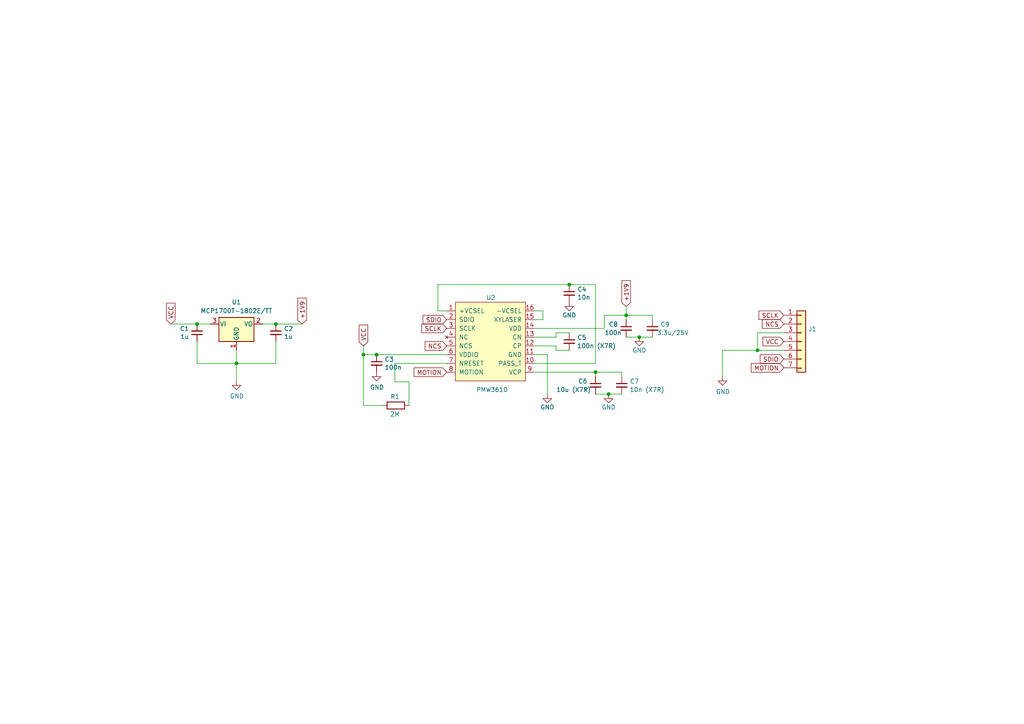
<source format=kicad_sch>
(kicad_sch (version 20231120) (generator "eeschema") (generator_version "8.0")
  (paper "A4")
  (lib_symbols
    (symbol "Connector_Generic:Conn_01x06" (pin_names (offset 1.016) hide)
      (property "Reference" "J1" (at 2.032 1.0668 0))
      (symbol "Conn_01x06_1_1"
        (rectangle (start -1.27 -10.16) (end 0 -10.414) (stroke (width 0.1524)))
        (rectangle (start -1.27 -7.493) (end 0 -7.747) (stroke (width 0.1524)))
        (rectangle (start -1.27 -4.953) (end 0 -5.207) (stroke (width 0.1524)))
        (rectangle (start -1.27 -2.413) (end 0 -2.667) (stroke (width 0.1524)))
        (rectangle (start -1.27 0.127) (end 0 -0.127) (stroke (width 0.1524)))
        (rectangle (start -1.27 2.667) (end 0 2.413) (stroke (width 0.1524)))
        (rectangle (start -1.27 5.207) (end 0 4.953) (stroke (width 0.1524)))
        (rectangle (start -1.27 6.35) (end 1.27 -11.43) (stroke (width 0.254)) (fill (type background)))
        (pin passive line (at -5.08 5.08 0) (length 3.81) (name "Pin_1") (number "1"))
        (pin passive line (at -5.08 2.54 0) (length 3.81) (name "Pin_2") (number "2"))
        (pin passive line (at -5.08 0 0) (length 3.81) (name "Pin_3") (number "3"))
        (pin passive line (at -5.08 -2.54 0) (length 3.81) (name "Pin_4") (number "4"))
        (pin passive line (at -5.08 -5.08 0) (length 3.81) (name "Pin_5") (number "5"))
        (pin passive line (at -5.08 -7.62 0) (length 3.81) (name "Pin_6") (number "6"))
        (pin passive line (at -5.08 -10.16 0) (length 3.81) (name "Pin_6") (number "7"))
      )
    )
    (symbol "Device:C_Small" (pin_numbers hide) (pin_names (offset 0.254) hide)
      (property "Reference" "C" (at 0.254 1.778 0))
      (property "Value" "C_Small" (at 0.254 -2.032 0))
      (symbol "C_Small_0_1"
        (polyline (pts (xy -1.524 -0.508) (xy 1.524 -0.508)) (stroke (width 0.3302)))
        (polyline (pts (xy -1.524 0.508) (xy 1.524 0.508)) (stroke (width 0.3048)))
      )
      (symbol "C_Small_1_1"
        (pin passive line (at 0 2.54 270) (length 2.032) (name "~") (number "1"))
        (pin passive line (at 0 -2.54 90) (length 2.032) (name "~") (number "2"))
      )
    )
    (symbol "Device:R" (pin_numbers hide) (pin_names (offset 0))
      (property "Reference" "R" (at 2.032 0 90))
      (property "Value" "R" (at 0 0 90))
      (symbol "R_0_1"
        (rectangle (start -1.016 -2.54) (end 1.016 2.54) (stroke (width 0.254)))
      )
      (symbol "R_1_1"
        (pin passive line (at 0 3.81 270) (length 1.27) (name "~") (number "1"))
        (pin passive line (at 0 -3.81 90) (length 1.27) (name "~") (number "2"))
      )
    )
    (symbol "Regulator_Linear:MCP1700x-180xxTT" (pin_names (offset 0.254))
      (property "Reference" "U" (at -3.81 3.175 0))
      (property "Value" "MCP1700x-180xxTT" (at 0 3.175 0))
      (symbol "MCP1700x-180xxTT_0_1"
        (rectangle (start -5.08 1.905) (end 5.08 -5.08) (stroke (width 0.254)) (fill (type background)))
      )
      (symbol "MCP1700x-180xxTT_1_1"
        (pin power_in line (at 0 -7.62 90) (length 2.54) (name "GND") (number "1"))
        (pin power_out line (at 7.62 0 180) (length 2.54) (name "VO") (number "2"))
        (pin power_in line (at -7.62 0 0) (length 2.54) (name "VI") (number "3"))
      )
    )
    (symbol "mysymbol:PMW3610" (pin_names (offset 1.016))
      (property "Reference" "U2" (at -1.27 13.97 0))
      (property "Value" "PMW3610" (at 5.08 -12.7 0))
      (symbol "PMW3610_0_0"
        (pin input line (at -12.7 10.16 0) (length 2.54) (name "+VCSEL") (number "1"))
        (pin unspecified line (at 12.7 -5.08 180) (length 2.54) (name "PASS_T") (number "10"))
        (pin input line (at 12.7 -2.54 180) (length 2.54) (name "GND") (number "11"))
        (pin unspecified line (at 12.7 0 180) (length 2.54) (name "CP") (number "12"))
        (pin unspecified line (at 12.7 2.54 180) (length 2.54) (name "CN") (number "13"))
        (pin power_in line (at 12.7 5.08 180) (length 2.54) (name "VDD") (number "14"))
        (pin input line (at 12.7 7.62 180) (length 2.54) (name "XYLASER") (number "15"))
        (pin unspecified line (at 12.7 10.16 180) (length 2.54) (name "-VCSEL") (number "16"))
        (pin bidirectional line (at -12.7 7.62 0) (length 2.54) (name "SDIO") (number "2"))
        (pin input line (at -12.7 5.08 0) (length 2.54) (name "SCLK") (number "3"))
        (pin no_connect line (at -12.7 2.54 0) (length 2.54) (name "NC") (number "4"))
        (pin input line (at -12.7 0 0) (length 2.54) (name "NCS") (number "5"))
        (pin input line (at -12.7 -2.54 0) (length 2.54) (name "VDDIO") (number "6"))
        (pin input line (at -12.7 -5.08 0) (length 2.54) (name "NRESET") (number "7"))
        (pin output line (at -12.7 -7.62 0) (length 2.54) (name "MOTION") (number "8"))
        (pin unspecified line (at 12.7 -7.62 180) (length 2.54) (name "VCP") (number "9"))
      )
      (symbol "PMW3610_0_1"
        (rectangle (start -10.16 12.7) (end 10.16 -10.16) (fill (type background)))
      )
    )
    (symbol "power:GND" (power) (pin_names (offset 0))
      (property "Value" "GND" (at 0 -3.81 0))
      (symbol "GND_0_1"
        (polyline (pts (xy 0 0) (xy 0 -1.27) (xy 1.27 -1.27) (xy 0 -2.54) (xy -1.27 -1.27) (xy 0 -1.27)))
      )
      (symbol "GND_1_1"
        (pin power_in line (at 0 0 270) (length 0) hide (name "GND") (number "1"))
      )
    )
  )
  (junction (at 219.71 101.6))
  (junction (at 181.61 91.44))
  (junction (at 176.53 114.3))
  (junction (at 105.41 102.87))
  (junction (at 185.42 97.79))
  (junction (at 57.15 93.98))
  (junction (at 172.72 107.95))
  (junction (at 165.1 82.55))
  (junction (at 80.01 93.98))
  (junction (at 109.22 102.87))
  (junction (at 68.58 105.41))
  (wire (pts (xy 57.15 99.06) (xy 57.15 105.41)))
  (wire (pts (xy 181.61 91.44) (xy 181.61 92.71)))
  (wire (pts (xy 172.72 105.41) (xy 172.72 82.55)))
  (wire (pts (xy 154.94 105.41) (xy 172.72 105.41)))
  (wire (pts (xy 68.58 101.6) (xy 68.58 105.41)))
  (wire (pts (xy 172.72 82.55) (xy 165.1 82.55)))
  (wire (pts (xy 114.554 110.744) (xy 114.554 105.41)))
  (wire (pts (xy 161.29 97.79) (xy 161.29 96.52)))
  (wire (pts (xy 227.33 101.6) (xy 219.71 101.6)))
  (wire (pts (xy 154.94 102.87) (xy 158.75 102.87)))
  (wire (pts (xy 76.2 93.98) (xy 80.01 93.98)))
  (wire (pts (xy 172.72 114.3) (xy 176.53 114.3)))
  (wire (pts (xy 80.01 99.06) (xy 80.01 105.41)))
  (wire (pts (xy 154.94 107.95) (xy 172.72 107.95)))
  (wire (pts (xy 57.15 105.41) (xy 68.58 105.41)))
  (wire (pts (xy 161.29 100.33) (xy 161.29 101.6)))
  (wire (pts (xy 80.01 105.41) (xy 68.58 105.41)))
  (wire (pts (xy 181.61 91.44) (xy 189.23 91.44)))
  (wire (pts (xy 118.618 110.744) (xy 118.618 117.602)))
  (wire (pts (xy 157.48 90.17) (xy 157.48 92.71)))
  (wire (pts (xy 110.998 117.602) (xy 105.41 117.602)))
  (wire (pts (xy 172.72 107.95) (xy 172.72 109.22)))
  (wire (pts (xy 118.618 110.744) (xy 114.554 110.744)))
  (wire (pts (xy 57.15 93.98) (xy 60.96 93.98)))
  (wire (pts (xy 154.94 90.17) (xy 157.48 90.17)))
  (wire (pts (xy 219.71 101.6) (xy 219.71 96.52)))
  (wire (pts (xy 114.554 105.41) (xy 129.54 105.41)))
  (wire (pts (xy 105.41 100.33) (xy 105.41 102.87)))
  (wire (pts (xy 176.53 114.3) (xy 180.34 114.3)))
  (wire (pts (xy 181.61 97.79) (xy 185.42 97.79)))
  (wire (pts (xy 175.26 95.25) (xy 175.26 91.44)))
  (wire (pts (xy 181.61 88.9) (xy 181.61 91.44)))
  (wire (pts (xy 87.63 93.98) (xy 80.01 93.98)))
  (wire (pts (xy 154.94 97.79) (xy 161.29 97.79)))
  (wire (pts (xy 180.34 107.95) (xy 180.34 109.22)))
  (wire (pts (xy 209.55 101.6) (xy 219.71 101.6)))
  (wire (pts (xy 105.41 102.87) (xy 109.22 102.87)))
  (wire (pts (xy 127 90.17) (xy 129.54 90.17)))
  (wire (pts (xy 189.23 91.44) (xy 189.23 92.71)))
  (wire (pts (xy 154.94 95.25) (xy 175.26 95.25)))
  (wire (pts (xy 161.29 96.52) (xy 165.1 96.52)))
  (wire (pts (xy 172.72 107.95) (xy 180.34 107.95)))
  (wire (pts (xy 154.94 92.71) (xy 157.48 92.71)))
  (wire (pts (xy 175.26 91.44) (xy 181.61 91.44)))
  (wire (pts (xy 68.58 105.41) (xy 68.58 110.49)))
  (wire (pts (xy 219.71 96.52) (xy 227.33 96.52)))
  (wire (pts (xy 165.1 82.55) (xy 127 82.55)))
  (wire (pts (xy 158.75 102.87) (xy 158.75 114.3)))
  (wire (pts (xy 105.41 102.87) (xy 105.41 117.602)))
  (wire (pts (xy 185.42 97.79) (xy 189.23 97.79)))
  (wire (pts (xy 127 82.55) (xy 127 90.17)))
  (wire (pts (xy 161.29 101.6) (xy 165.1 101.6)))
  (wire (pts (xy 154.94 100.33) (xy 161.29 100.33)))
  (wire (pts (xy 109.22 102.87) (xy 129.54 102.87)))
  (wire (pts (xy 49.53 93.98) (xy 57.15 93.98)))
  (wire (pts (xy 209.55 101.6) (xy 209.55 109.22)))
  (global_label "NCS" (shape input) (at 129.54 100.33 180) (property "Intersheetrefs" "${INTERSHEET_REFS}" (effects (hide yes))))
  (global_label "MOTION" (shape input) (at 227.33 106.68 180) (property "Intersheetrefs" "${INTERSHEET_REFS}" (effects (hide yes))))
  (global_label "+1V9" (shape input) (at 181.61 88.9 90) (property "Intersheetrefs" "${INTERSHEET_REFS}" (effects (hide yes))))
  (global_label "+1V9" (shape input) (at 87.63 93.98 90) (property "Intersheetrefs" "${INTERSHEET_REFS}" (effects (hide yes))))
  (global_label "VCC" (shape input) (at 105.41 100.33 90) (property "Intersheetrefs" "${INTERSHEET_REFS}" (effects (hide yes))))
  (global_label "NCS" (shape input) (at 227.33 93.98 180) (property "Intersheetrefs" "${INTERSHEET_REFS}" (effects (hide yes))))
  (global_label "VCC" (shape input) (at 49.53 93.98 90) (property "Intersheetrefs" "${INTERSHEET_REFS}" (effects (hide yes))))
  (global_label "SCLK" (shape input) (at 227.33 91.44 180) (property "Intersheetrefs" "${INTERSHEET_REFS}" (effects (hide yes))))
  (global_label "SDIO" (shape input) (at 129.54 92.71 180) (property "Intersheetrefs" "${INTERSHEET_REFS}" (effects (hide yes))))
  (global_label "MOTION" (shape input) (at 129.54 107.95 180) (property "Intersheetrefs" "${INTERSHEET_REFS}" (effects (hide yes))))
  (global_label "SDIO" (shape input) (at 227.33 104.14 180) (property "Intersheetrefs" "${INTERSHEET_REFS}" (effects (hide yes))))
  (global_label "VCC" (shape input) (at 227.33 99.06 180) (property "Intersheetrefs" "${INTERSHEET_REFS}" (effects (hide yes))))
  (global_label "SCLK" (shape input) (at 129.54 95.25 180) (property "Intersheetrefs" "${INTERSHEET_REFS}" (effects (hide yes))))
  (symbol (lib_id "power:GND") (at 158.75 114.3 0) (unit 1)
    (property "Reference" "#PWR03" (effects (hide yes)))
    (property "Value" "GND" (at 158.75 118.11 0))
  )
  (symbol (lib_id "power:GND") (at 109.22 107.95 0) (unit 1)
    (property "Reference" "#PWR02" (effects (hide yes)))
    (property "Value" "GND" (at 109.347 112.3442 0))
  )
  (symbol (lib_id "mysymbol:PMW3610") (at 142.24 100.33 0) (unit 1)
    (property "Reference" "U2" (at 140.97 86.36 0) (effects (justify left)))
    (property "Value" "PMW3610" (at 147.32 113.03 0) (effects (justify right)))
    (property "Footprint" "PMW3610DM-SUDU 16Pin" (effects (hide yes)))
  )
  (symbol (lib_id "Connector_Generic:Conn_01x06") (at 232.41 96.52 0) (unit 1)
    (property "Reference" "J1" (at 234.442 95.4532 0) (effects (justify left)))
    (property "Value" "Conn_01x08" (effects (hide yes)))
    (property "Footprint" "myfootprintLibrary:pmw3610_connector" (effects (hide yes)))
  )
  (symbol (lib_id "Device:C_Small") (at 80.01 96.52 0) (unit 1)
    (property "Reference" "C2" (at 82.3468 95.3516 0) (effects (justify left)))
    (property "Value" "1u" (at 82.3468 97.663 0) (effects (justify left)))
    (property "Footprint" "Capacitor_SMD:C_0603_1608Metric" (effects (hide yes)))
    (property "LCSC" "C15849" (effects (hide yes)))
  )
  (symbol (lib_id "Regulator_Linear:MCP1700x-180xxTT") (at 68.58 93.98 0) (unit 1)
    (property "Reference" "U1" (at 68.58 87.63 0))
    (property "Value" "MCP1700T-1802E/TT" (at 68.58 90.17 0))
    (property "Footprint" "Package_TO_SOT_SMD:SOT-23" (effects (hide yes)))
    (property "Datasheet" "http://ww1.microchip.com/downloads/en/DeviceDoc/20001826D.pdf" (effects (hide yes)))
    (property "Description" "250mA Low Quiscent Current LDO, 1.8V output, SOT-23" (effects (hide yes)))
  )
  (symbol (lib_id "power:GND") (at 209.55 109.22 0) (unit 1)
    (property "Reference" "#PWR07" (effects (hide yes)))
    (property "Value" "GND" (at 209.677 113.6142 0))
  )
  (symbol (lib_id "Device:C_Small") (at 109.22 105.41 0) (unit 1)
    (property "Reference" "C3" (at 111.5568 104.2416 0) (effects (justify left)))
    (property "Value" "100n" (at 111.5568 106.553 0) (effects (justify left)))
    (property "Footprint" "Capacitor_SMD:C_0603_1608Metric" (effects (hide yes)))
    (property "LCSC" "C19666" (effects (hide yes)))
  )
  (symbol (lib_id "Device:C_Small") (at 181.61 95.25 0) (mirror y) (unit 1)
    (property "Reference" "C8" (at 179.2732 94.0816 0) (effects (justify left)))
    (property "Value" "100n" (at 180.34 96.52 0) (effects (justify left)))
    (property "Footprint" "Capacitor_SMD:C_0603_1608Metric" (effects (hide yes)))
    (property "LCSC" "C19666" (effects (hide yes)))
  )
  (symbol (lib_id "Device:C_Small") (at 165.1 85.09 0) (unit 1)
    (property "Reference" "C4" (at 167.4368 83.9216 0) (effects (justify left)))
    (property "Value" "10n" (at 167.4368 86.233 0) (effects (justify left)))
    (property "Footprint" "Capacitor_SMD:C_0603_1608Metric" (effects (hide yes)))
    (property "LCSC" "C19666" (effects (hide yes)))
  )
  (symbol (lib_id "Device:C_Small") (at 165.1 99.06 0) (unit 1)
    (property "Reference" "C5" (at 167.4368 97.8916 0) (effects (justify left)))
    (property "Value" " 100n (X7R)" (at 166.37 100.33 0) (effects (justify left)))
    (property "Footprint" "Capacitor_SMD:C_0603_1608Metric" (effects (hide yes)))
    (property "LCSC" "C19666" (effects (hide yes)))
  )
  (symbol (lib_id "Device:C_Small") (at 57.15 96.52 0) (mirror x) (unit 1)
    (property "Reference" "C1" (at 54.8386 95.3516 0) (effects (justify right)))
    (property "Value" "1u" (at 54.8386 97.663 0) (effects (justify right)))
    (property "Footprint" "Capacitor_SMD:C_0603_1608Metric" (effects (hide yes)))
    (property "LCSC" "C14663" (effects (hide yes)))
  )
  (symbol (lib_id "power:GND") (at 185.42 97.79 0) (unit 1)
    (property "Reference" "#PWR06" (effects (hide yes)))
    (property "Value" "GND" (at 185.42 101.6 0))
  )
  (symbol (lib_id "power:GND") (at 68.58 110.49 0) (unit 1)
    (property "Reference" "#PWR01" (effects (hide yes)))
    (property "Value" "GND" (at 68.707 114.8842 0))
  )
  (symbol (lib_id "Device:R") (at 114.808 117.602 270) (unit 1)
    (property "Reference" "R1" (at 114.554 115.062 90))
    (property "Value" "2M" (at 114.554 120.142 90))
    (property "Footprint" "Resistor_SMD:R_0603_1608Metric" (effects (hide yes)))
  )
  (symbol (lib_id "Device:C_Small") (at 180.34 111.76 0) (unit 1)
    (property "Reference" "C7" (at 182.6768 110.5916 0) (effects (justify left)))
    (property "Value" " 10n (X7R)" (at 181.61 113.03 0) (effects (justify left)))
    (property "Footprint" "Capacitor_SMD:C_0603_1608Metric" (effects (hide yes)))
    (property "LCSC" "C19666" (effects (hide yes)))
  )
  (symbol (lib_id "Device:C_Small") (at 189.23 95.25 0) (unit 1)
    (property "Reference" "C9" (at 191.5668 94.0816 0) (effects (justify left)))
    (property "Value" "3.3u/25V" (at 190.5 96.52 0) (effects (justify left)))
    (property "Footprint" "Capacitor_SMD:C_0603_1608Metric" (effects (hide yes)))
    (property "LCSC" "C19666" (effects (hide yes)))
  )
  (symbol (lib_id "Device:C_Small") (at 172.72 111.76 0) (mirror y) (unit 1)
    (property "Reference" "C6" (at 170.3832 110.5916 0) (effects (justify left)))
    (property "Value" " 10u (X7R)" (at 171.45 113.03 0) (effects (justify left)))
    (property "Footprint" "Capacitor_SMD:C_0603_1608Metric" (effects (hide yes)))
    (property "LCSC" "C19666" (effects (hide yes)))
  )
  (symbol (lib_id "power:GND") (at 176.53 114.3 0) (unit 1)
    (property "Reference" "#PWR05" (effects (hide yes)))
    (property "Value" "GND" (at 176.53 118.11 0))
  )
  (symbol (lib_id "power:GND") (at 165.1 87.63 0) (unit 1)
    (property "Reference" "#PWR04" (effects (hide yes)))
    (property "Value" "GND" (at 165.1 91.44 0))
  )
)
</source>
